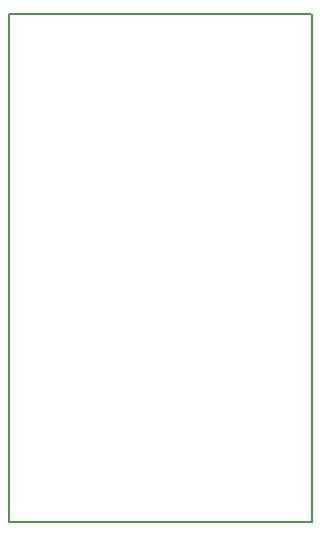
<source format=gm1>
G04 #@! TF.FileFunction,Profile,NP*
%FSLAX46Y46*%
G04 Gerber Fmt 4.6, Leading zero omitted, Abs format (unit mm)*
G04 Created by KiCad (PCBNEW 4.0.7) date Fri Oct  5 15:06:51 2018*
%MOMM*%
%LPD*%
G01*
G04 APERTURE LIST*
%ADD10C,0.100000*%
%ADD11C,0.150000*%
G04 APERTURE END LIST*
D10*
D11*
X108381800Y-126111000D02*
X108381800Y-83058000D01*
X134035800Y-126111000D02*
X108381800Y-126111000D01*
X134035800Y-125780800D02*
X134035800Y-126111000D01*
X134035800Y-125780800D02*
X134035800Y-83058000D01*
X134010400Y-83058000D02*
X134010400Y-83083400D01*
X108381800Y-83058000D02*
X134010400Y-83058000D01*
M02*

</source>
